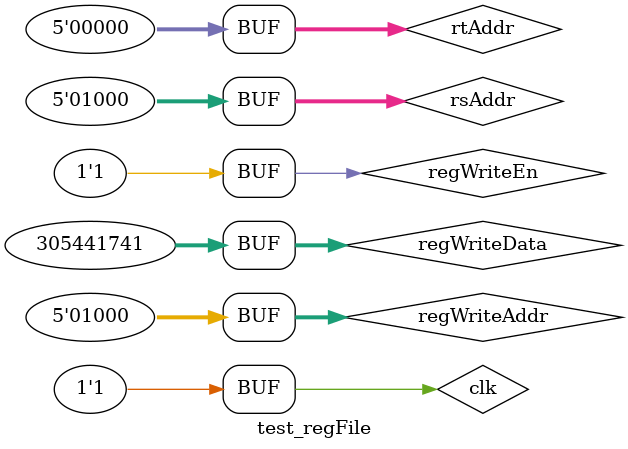
<source format=sv>
`timescale 1ns / 1ps

module test_regFile();
    logic       clk;
    logic       regWriteEn;
    logic [4:0] regWriteAddr;
    logic [31:0]regWriteData;
    logic [4:0] rsAddr, rtAddr;
    logic [31:0]rsData, rtData;
    
    regfile MUT_REG(.clk(clk), .we3(regWriteEn), .wa3(regWriteAddr), .wd3(regWriteData), 
                    .ra1(rsAddr), .rd1(rsData), .ra2(rtAddr), .rd2(rtData));
                    
    initial
    begin
        clk = 0;
        regWriteEn = 0;
        regWriteAddr = 0;
		regWriteData = 0;
		rsAddr = 0;
		rtAddr = 0;
		//Wait 100ns
		#100
		//Add signal
		regWriteEn = 1;
		regWriteData = 32'h1234abcd;
    end 
	
	//set clk
	parameter PERIOD = 20;
	always
	begin
		clk = 1'b0;
		#(PERIOD/2)	clk = 1'b1;
		#(PERIOD/2);
	end
	
	//set signal
	always
	begin
		regWriteAddr = 8;
		rsAddr = 8;
		#PERIOD;
	end

endmodule

</source>
